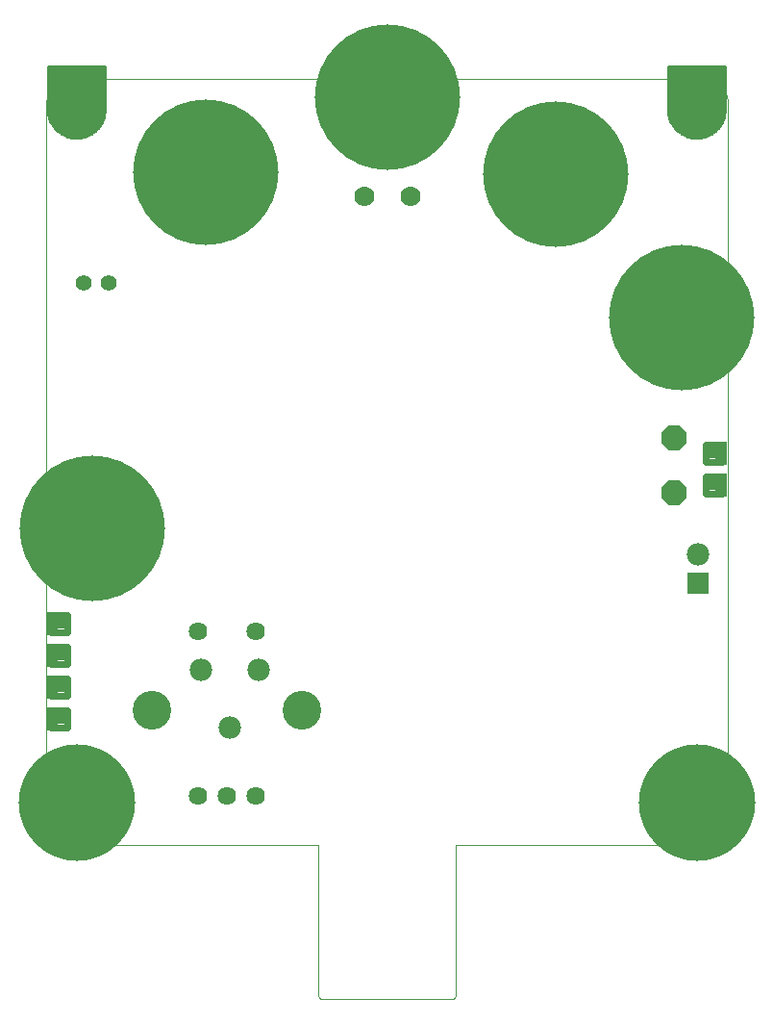
<source format=gbs>
G75*
%MOIN*%
%OFA0B0*%
%FSLAX25Y25*%
%IPPOS*%
%LPD*%
%AMOC8*
5,1,8,0,0,1.08239X$1,22.5*
%
%ADD10C,0.00394*%
%ADD11C,0.06400*%
%ADD12C,0.13400*%
%ADD13C,0.05600*%
%ADD14C,0.07000*%
%ADD15C,0.50400*%
%ADD16C,0.40400*%
%ADD17C,0.20400*%
%ADD18C,0.00500*%
%ADD19C,0.02482*%
%ADD20R,0.04337X0.08274*%
%ADD21R,0.07800X0.07800*%
%ADD22C,0.07800*%
%ADD23OC8,0.08900*%
D10*
X0033683Y0069482D02*
X0033935Y0069375D01*
X0034187Y0069268D01*
X0034445Y0069173D01*
X0034973Y0069008D01*
X0035242Y0068938D01*
X0035516Y0068882D01*
X0035790Y0068825D01*
X0035927Y0068797D01*
X0035995Y0068783D01*
X0036064Y0068769D01*
X0036379Y0068752D01*
X0036725Y0068738D01*
X0037332Y0068716D01*
X0037593Y0068709D01*
X0113632Y0068709D01*
X0113928Y0068711D01*
X0114142Y0068714D01*
X0114356Y0068717D01*
X0114489Y0068728D02*
X0114621Y0068732D01*
X0115050Y0068737D01*
X0115345Y0068739D01*
X0123062Y0068739D01*
X0123062Y0016439D01*
X0123125Y0016332D02*
X0123355Y0016062D01*
X0123385Y0015991D01*
X0123422Y0015924D01*
X0123465Y0015861D01*
X0123507Y0015798D01*
X0123556Y0015740D01*
X0123663Y0015633D01*
X0123721Y0015584D01*
X0123784Y0015542D01*
X0123847Y0015499D01*
X0123914Y0015463D01*
X0124055Y0015403D01*
X0124129Y0015379D01*
X0124206Y0015363D01*
X0124283Y0015348D01*
X0124362Y0015339D01*
X0169406Y0015339D01*
X0169486Y0015348D01*
X0169562Y0015363D01*
X0169639Y0015379D01*
X0169713Y0015403D01*
X0169854Y0015463D01*
X0169921Y0015499D01*
X0170047Y0015584D01*
X0170106Y0015633D01*
X0170213Y0015740D01*
X0170261Y0015798D01*
X0170304Y0015861D01*
X0170346Y0015924D01*
X0170383Y0015991D01*
X0170413Y0016062D01*
X0170443Y0016132D02*
X0170666Y0016407D01*
X0170706Y0016439D02*
X0170706Y0068739D01*
X0208871Y0068739D01*
X0209166Y0068737D01*
X0209380Y0068735D01*
X0209594Y0068732D01*
X0209727Y0068728D01*
X0209860Y0068717D02*
X0210074Y0068714D01*
X0210288Y0068711D01*
X0210583Y0068709D01*
X0256176Y0068709D01*
X0256436Y0068716D01*
X0256740Y0068727D01*
X0257043Y0068738D01*
X0257389Y0068752D01*
X0257705Y0068769D01*
X0257773Y0068783D01*
X0257842Y0068797D01*
X0257979Y0068825D01*
X0258253Y0068882D01*
X0258527Y0068938D01*
X0258796Y0069008D01*
X0259323Y0069173D01*
X0259582Y0069268D01*
X0259834Y0069375D01*
X0260086Y0069482D01*
X0260332Y0069601D01*
X0260810Y0069862D01*
X0261042Y0070003D01*
X0261266Y0070155D01*
X0261491Y0070307D01*
X0261708Y0070470D01*
X0261916Y0070642D01*
X0262125Y0070814D01*
X0262325Y0070997D01*
X0262516Y0071188D01*
X0262707Y0071379D01*
X0262889Y0071579D01*
X0263062Y0071788D01*
X0263234Y0071996D01*
X0263397Y0072213D01*
X0263549Y0072438D01*
X0263701Y0072662D01*
X0263842Y0072894D01*
X0263972Y0073133D01*
X0264103Y0073372D01*
X0264222Y0073618D01*
X0264329Y0073870D01*
X0264436Y0074122D01*
X0264531Y0074381D01*
X0264613Y0074644D01*
X0264696Y0074908D01*
X0264766Y0075177D01*
X0264822Y0075451D01*
X0264879Y0075725D01*
X0264907Y0075862D01*
X0264921Y0075931D01*
X0264935Y0075999D01*
X0264951Y0076314D01*
X0264966Y0076661D01*
X0264977Y0076964D01*
X0264988Y0077267D01*
X0264994Y0077528D01*
X0264994Y0234039D01*
X0265003Y0236772D01*
X0264994Y0239280D01*
X0264992Y0239971D01*
X0263114Y0240511D01*
X0262443Y0240345D01*
X0261905Y0240213D01*
X0261716Y0239509D01*
X0263088Y0262159D02*
X0262443Y0262345D01*
X0261910Y0262498D01*
X0261716Y0263182D01*
X0263088Y0262159D02*
X0264650Y0262609D01*
X0264994Y0263186D01*
X0265161Y0263465D01*
X0264994Y0263939D01*
X0264994Y0325168D01*
X0264988Y0325429D01*
X0264977Y0325732D01*
X0264966Y0326035D01*
X0264951Y0326381D01*
X0264935Y0326697D01*
X0264921Y0326765D01*
X0264907Y0326834D01*
X0264879Y0326971D01*
X0264766Y0327519D01*
X0264696Y0327788D01*
X0264613Y0328052D01*
X0264531Y0328315D01*
X0264436Y0328574D01*
X0264329Y0328826D01*
X0264222Y0329078D01*
X0264103Y0329324D01*
X0263972Y0329563D01*
X0263842Y0329802D01*
X0263701Y0330034D01*
X0263549Y0330258D01*
X0263397Y0330483D01*
X0263234Y0330700D01*
X0263062Y0330908D01*
X0262889Y0331117D01*
X0262707Y0331317D01*
X0262325Y0331699D01*
X0262125Y0331881D01*
X0261916Y0332054D01*
X0261708Y0332226D01*
X0261491Y0332389D01*
X0261266Y0332541D01*
X0261042Y0332693D01*
X0260810Y0332834D01*
X0260571Y0332964D01*
X0260332Y0333095D01*
X0260086Y0333214D01*
X0259834Y0333321D01*
X0259582Y0333428D01*
X0259323Y0333523D01*
X0259059Y0333606D01*
X0258796Y0333688D01*
X0258527Y0333758D01*
X0258253Y0333814D01*
X0257979Y0333871D01*
X0257842Y0333899D01*
X0257773Y0333913D01*
X0257705Y0333927D01*
X0257389Y0333943D01*
X0257043Y0333958D01*
X0256740Y0333969D01*
X0256436Y0333980D01*
X0256176Y0333986D01*
X0163361Y0333986D01*
X0130622Y0333986D02*
X0037593Y0333986D01*
X0037332Y0333980D01*
X0037028Y0333969D01*
X0036725Y0333958D01*
X0036379Y0333943D01*
X0036064Y0333927D01*
X0035995Y0333913D01*
X0035927Y0333899D01*
X0035790Y0333871D01*
X0035516Y0333814D01*
X0035242Y0333758D01*
X0034973Y0333688D01*
X0034709Y0333606D01*
X0034445Y0333523D01*
X0034187Y0333428D01*
X0033935Y0333321D01*
X0033683Y0333214D01*
X0033437Y0333095D01*
X0033198Y0332964D01*
X0032959Y0332834D01*
X0032727Y0332693D01*
X0032502Y0332541D01*
X0032277Y0332389D01*
X0032061Y0332226D01*
X0031852Y0332054D01*
X0031643Y0331881D01*
X0031443Y0331699D01*
X0031252Y0331508D01*
X0031061Y0331317D01*
X0030879Y0331117D01*
X0030707Y0330908D01*
X0030534Y0330700D01*
X0030372Y0330483D01*
X0030220Y0330258D01*
X0030068Y0330034D01*
X0029926Y0329802D01*
X0029796Y0329563D01*
X0029666Y0329324D01*
X0029547Y0329078D01*
X0029440Y0328826D01*
X0029333Y0328574D01*
X0029237Y0328315D01*
X0029072Y0327788D01*
X0029003Y0327519D01*
X0028946Y0327245D01*
X0028890Y0326971D01*
X0028861Y0326834D01*
X0028847Y0326765D01*
X0028833Y0326697D01*
X0028817Y0326381D01*
X0028802Y0326035D01*
X0028791Y0325732D01*
X0028781Y0325429D01*
X0028774Y0325168D01*
X0028774Y0197833D01*
X0028694Y0192810D01*
X0028774Y0191333D01*
X0028826Y0190369D01*
X0031608Y0190195D01*
X0032537Y0190461D01*
X0033070Y0190613D01*
X0033340Y0191224D01*
X0031608Y0166329D02*
X0028755Y0165833D01*
X0028774Y0164849D01*
X0028813Y0162802D01*
X0028774Y0158065D01*
X0028774Y0077528D01*
X0028781Y0077267D01*
X0028791Y0076964D01*
X0028802Y0076661D01*
X0028817Y0076314D01*
X0028833Y0075999D01*
X0028847Y0075931D01*
X0028861Y0075862D01*
X0028890Y0075725D01*
X0028946Y0075451D01*
X0029003Y0075177D01*
X0029072Y0074908D01*
X0029237Y0074381D01*
X0029333Y0074122D01*
X0029440Y0073870D01*
X0029547Y0073618D01*
X0029666Y0073372D01*
X0029796Y0073133D01*
X0029926Y0072894D01*
X0030068Y0072662D01*
X0030220Y0072438D01*
X0030372Y0072213D01*
X0030534Y0071996D01*
X0030707Y0071788D01*
X0030879Y0071579D01*
X0031061Y0071379D01*
X0031252Y0071188D01*
X0031443Y0070997D01*
X0031643Y0070814D01*
X0031852Y0070642D01*
X0032061Y0070470D01*
X0032277Y0070307D01*
X0032502Y0070155D01*
X0032727Y0070003D01*
X0032959Y0069862D01*
X0033437Y0069601D01*
X0033683Y0069482D01*
X0033340Y0165241D02*
X0033060Y0165823D01*
X0032537Y0166005D01*
X0031608Y0166329D01*
D11*
X0081338Y0142833D03*
X0101338Y0142833D03*
X0101338Y0085833D03*
X0091338Y0085833D03*
X0081338Y0085833D03*
D12*
X0065338Y0115333D03*
X0117338Y0115333D03*
D13*
X0050282Y0263333D03*
X0041620Y0263333D03*
D14*
X0139131Y0293199D03*
X0154879Y0293199D03*
D15*
X0147056Y0327657D03*
X0205432Y0301183D03*
X0249131Y0251333D03*
X0083906Y0301559D03*
X0044831Y0178258D03*
D16*
X0039282Y0083333D03*
X0254282Y0083333D03*
D17*
X0254282Y0323333D03*
X0039282Y0323333D03*
D18*
X0031300Y0317351D02*
X0047263Y0317351D01*
X0047636Y0317849D02*
X0030927Y0317849D01*
X0030869Y0317927D02*
X0030185Y0319179D01*
X0029687Y0320516D01*
X0029383Y0321910D01*
X0029282Y0323333D01*
X0049282Y0323333D01*
X0049180Y0321910D01*
X0048877Y0320516D01*
X0048378Y0319179D01*
X0047694Y0317927D01*
X0046839Y0316785D01*
X0045830Y0315776D01*
X0044688Y0314921D01*
X0043436Y0314237D01*
X0042099Y0313738D01*
X0040705Y0313435D01*
X0039282Y0313333D01*
X0037858Y0313435D01*
X0036464Y0313738D01*
X0035127Y0314237D01*
X0033875Y0314921D01*
X0032733Y0315776D01*
X0031724Y0316785D01*
X0030869Y0317927D01*
X0030639Y0318348D02*
X0047924Y0318348D01*
X0048196Y0318846D02*
X0030367Y0318846D01*
X0030123Y0319345D02*
X0048440Y0319345D01*
X0048626Y0319843D02*
X0029938Y0319843D01*
X0029752Y0320342D02*
X0048812Y0320342D01*
X0048947Y0320840D02*
X0029616Y0320840D01*
X0029508Y0321339D02*
X0049056Y0321339D01*
X0049164Y0321837D02*
X0029399Y0321837D01*
X0029353Y0322336D02*
X0049210Y0322336D01*
X0049246Y0322834D02*
X0029317Y0322834D01*
X0029282Y0323333D02*
X0029282Y0338333D01*
X0049282Y0338333D01*
X0049282Y0323333D01*
X0049282Y0323831D02*
X0029282Y0323831D01*
X0029282Y0324330D02*
X0049282Y0324330D01*
X0049282Y0324828D02*
X0029282Y0324828D01*
X0029282Y0325327D02*
X0049282Y0325327D01*
X0049282Y0325825D02*
X0029282Y0325825D01*
X0029282Y0326324D02*
X0049282Y0326324D01*
X0049282Y0326823D02*
X0029282Y0326823D01*
X0029282Y0327321D02*
X0049282Y0327321D01*
X0049282Y0327820D02*
X0029282Y0327820D01*
X0029282Y0328318D02*
X0049282Y0328318D01*
X0049282Y0328817D02*
X0029282Y0328817D01*
X0029282Y0329315D02*
X0049282Y0329315D01*
X0049282Y0329814D02*
X0029282Y0329814D01*
X0029282Y0330312D02*
X0049282Y0330312D01*
X0049282Y0330811D02*
X0029282Y0330811D01*
X0029282Y0331309D02*
X0049282Y0331309D01*
X0049282Y0331808D02*
X0029282Y0331808D01*
X0029282Y0332306D02*
X0049282Y0332306D01*
X0049282Y0332805D02*
X0029282Y0332805D01*
X0029282Y0333303D02*
X0049282Y0333303D01*
X0049282Y0333802D02*
X0029282Y0333802D01*
X0029282Y0334300D02*
X0049282Y0334300D01*
X0049282Y0334799D02*
X0029282Y0334799D01*
X0029282Y0335297D02*
X0049282Y0335297D01*
X0049282Y0335796D02*
X0029282Y0335796D01*
X0029282Y0336294D02*
X0049282Y0336294D01*
X0049282Y0336793D02*
X0029282Y0336793D01*
X0029282Y0337291D02*
X0049282Y0337291D01*
X0049282Y0337790D02*
X0029282Y0337790D01*
X0029282Y0338288D02*
X0049282Y0338288D01*
X0046890Y0316852D02*
X0031674Y0316852D01*
X0032155Y0316354D02*
X0046408Y0316354D01*
X0045910Y0315855D02*
X0032654Y0315855D01*
X0033293Y0315357D02*
X0045270Y0315357D01*
X0044573Y0314858D02*
X0033990Y0314858D01*
X0034903Y0314360D02*
X0043660Y0314360D01*
X0042428Y0313861D02*
X0036135Y0313861D01*
X0038871Y0313363D02*
X0039692Y0313363D01*
X0244282Y0323333D02*
X0244383Y0321910D01*
X0244687Y0320516D01*
X0245185Y0319179D01*
X0245869Y0317927D01*
X0246724Y0316785D01*
X0247733Y0315776D01*
X0248875Y0314921D01*
X0250127Y0314237D01*
X0251464Y0313738D01*
X0252858Y0313435D01*
X0254282Y0313333D01*
X0255705Y0313435D01*
X0257099Y0313738D01*
X0258436Y0314237D01*
X0259688Y0314921D01*
X0260830Y0315776D01*
X0261839Y0316785D01*
X0262694Y0317927D01*
X0263378Y0319179D01*
X0263877Y0320516D01*
X0264180Y0321910D01*
X0264282Y0323333D01*
X0244282Y0323333D01*
X0244282Y0338333D01*
X0264282Y0338333D01*
X0264282Y0323333D01*
X0264282Y0323831D02*
X0244282Y0323831D01*
X0244282Y0324330D02*
X0264282Y0324330D01*
X0264282Y0324828D02*
X0244282Y0324828D01*
X0244282Y0325327D02*
X0264282Y0325327D01*
X0264282Y0325825D02*
X0244282Y0325825D01*
X0244282Y0326324D02*
X0264282Y0326324D01*
X0264282Y0326823D02*
X0244282Y0326823D01*
X0244282Y0327321D02*
X0264282Y0327321D01*
X0264282Y0327820D02*
X0244282Y0327820D01*
X0244282Y0328318D02*
X0264282Y0328318D01*
X0264282Y0328817D02*
X0244282Y0328817D01*
X0244282Y0329315D02*
X0264282Y0329315D01*
X0264282Y0329814D02*
X0244282Y0329814D01*
X0244282Y0330312D02*
X0264282Y0330312D01*
X0264282Y0330811D02*
X0244282Y0330811D01*
X0244282Y0331309D02*
X0264282Y0331309D01*
X0264282Y0331808D02*
X0244282Y0331808D01*
X0244282Y0332306D02*
X0264282Y0332306D01*
X0264282Y0332805D02*
X0244282Y0332805D01*
X0244282Y0333303D02*
X0264282Y0333303D01*
X0264282Y0333802D02*
X0244282Y0333802D01*
X0244282Y0334300D02*
X0264282Y0334300D01*
X0264282Y0334799D02*
X0244282Y0334799D01*
X0244282Y0335297D02*
X0264282Y0335297D01*
X0264282Y0335796D02*
X0244282Y0335796D01*
X0244282Y0336294D02*
X0264282Y0336294D01*
X0264282Y0336793D02*
X0244282Y0336793D01*
X0244282Y0337291D02*
X0264282Y0337291D01*
X0264282Y0337790D02*
X0244282Y0337790D01*
X0244282Y0338288D02*
X0264282Y0338288D01*
X0264246Y0322834D02*
X0244317Y0322834D01*
X0244353Y0322336D02*
X0264210Y0322336D01*
X0264164Y0321837D02*
X0244399Y0321837D01*
X0244508Y0321339D02*
X0264056Y0321339D01*
X0263947Y0320840D02*
X0244616Y0320840D01*
X0244752Y0320342D02*
X0263812Y0320342D01*
X0263626Y0319843D02*
X0244938Y0319843D01*
X0245123Y0319345D02*
X0263440Y0319345D01*
X0263196Y0318846D02*
X0245367Y0318846D01*
X0245639Y0318348D02*
X0262924Y0318348D01*
X0262636Y0317849D02*
X0245927Y0317849D01*
X0246300Y0317351D02*
X0262263Y0317351D01*
X0261890Y0316852D02*
X0246674Y0316852D01*
X0247155Y0316354D02*
X0261408Y0316354D01*
X0260910Y0315855D02*
X0247654Y0315855D01*
X0248293Y0315357D02*
X0260270Y0315357D01*
X0259573Y0314858D02*
X0248990Y0314858D01*
X0249903Y0314360D02*
X0258660Y0314360D01*
X0257428Y0313861D02*
X0251135Y0313861D01*
X0253871Y0313363D02*
X0254692Y0313363D01*
D19*
X0257386Y0201437D02*
X0263178Y0201437D01*
X0257386Y0201437D02*
X0257386Y0207229D01*
X0263178Y0207229D01*
X0263178Y0201437D01*
X0263178Y0203918D02*
X0257386Y0203918D01*
X0257386Y0206399D02*
X0263178Y0206399D01*
X0263178Y0190437D02*
X0257386Y0190437D01*
X0257386Y0196229D01*
X0263178Y0196229D01*
X0263178Y0190437D01*
X0263178Y0192918D02*
X0257386Y0192918D01*
X0257386Y0195399D02*
X0263178Y0195399D01*
X0036178Y0148229D02*
X0030386Y0148229D01*
X0036178Y0148229D02*
X0036178Y0142437D01*
X0030386Y0142437D01*
X0030386Y0148229D01*
X0030386Y0144918D02*
X0036178Y0144918D01*
X0036178Y0147399D02*
X0030386Y0147399D01*
X0030386Y0137229D02*
X0036178Y0137229D01*
X0036178Y0131437D01*
X0030386Y0131437D01*
X0030386Y0137229D01*
X0030386Y0133918D02*
X0036178Y0133918D01*
X0036178Y0136399D02*
X0030386Y0136399D01*
X0030386Y0126229D02*
X0036178Y0126229D01*
X0036178Y0120437D01*
X0030386Y0120437D01*
X0030386Y0126229D01*
X0030386Y0122918D02*
X0036178Y0122918D01*
X0036178Y0125399D02*
X0030386Y0125399D01*
X0030386Y0115229D02*
X0036178Y0115229D01*
X0036178Y0109437D01*
X0030386Y0109437D01*
X0030386Y0115229D01*
X0030386Y0111918D02*
X0036178Y0111918D01*
X0036178Y0114399D02*
X0030386Y0114399D01*
D20*
X0030782Y0112333D03*
X0030782Y0123333D03*
X0030782Y0134333D03*
X0030782Y0145333D03*
X0262782Y0193333D03*
X0262782Y0204333D03*
D21*
X0254622Y0159310D03*
D22*
X0254622Y0169310D03*
X0102282Y0129333D03*
X0082282Y0129333D03*
X0092282Y0109333D03*
D23*
X0246282Y0190821D03*
X0246282Y0209846D03*
M02*

</source>
